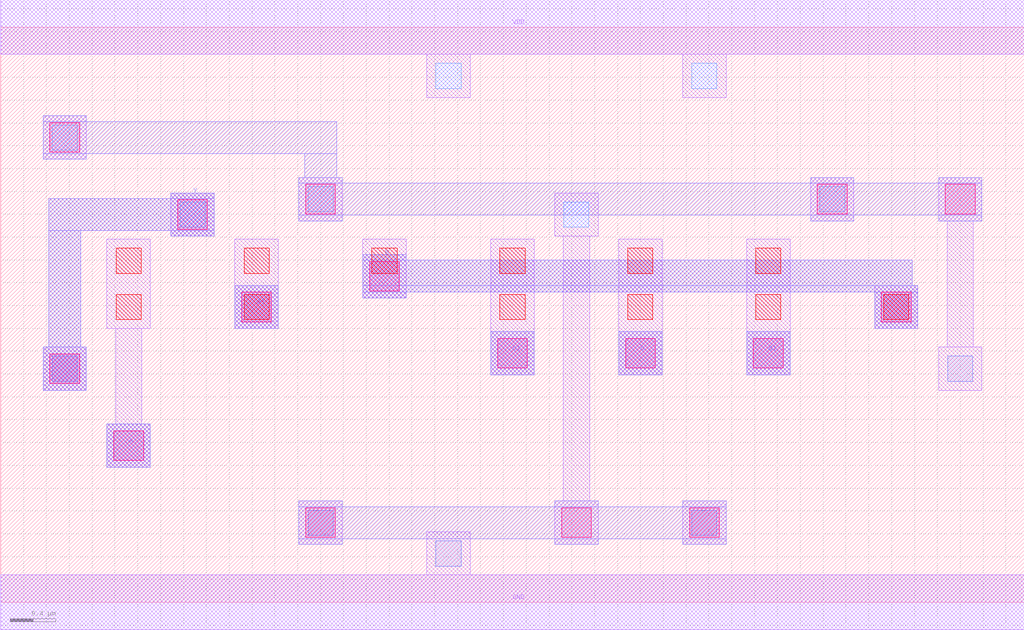
<source format=lef>
MACRO AAOAI222
 CLASS CORE ;
 FOREIGN AAOAI222 0 0 ;
 SIZE 8.96 BY 5.04 ;
 ORIGIN 0 0 ;
 SYMMETRY X Y R90 ;
 SITE unit ;
  PIN VDD
   DIRECTION INOUT ;
   USE POWER ;
   SHAPE ABUTMENT ;
    PORT
     CLASS CORE ;
       LAYER met1 ;
        RECT 0.00000000 4.80000000 8.96000000 5.28000000 ;
    END
  END VDD

  PIN GND
   DIRECTION INOUT ;
   USE POWER ;
   SHAPE ABUTMENT ;
    PORT
     CLASS CORE ;
       LAYER met1 ;
        RECT 0.00000000 -0.24000000 8.96000000 0.24000000 ;
    END
  END GND

  PIN Y
   DIRECTION INOUT ;
   USE SIGNAL ;
   SHAPE ABUTMENT ;
    PORT
     CLASS CORE ;
       LAYER met2 ;
        RECT 0.37000000 1.85700000 0.75000000 2.23700000 ;
        RECT 0.42000000 2.23700000 0.70000000 3.25700000 ;
        RECT 1.49000000 3.20700000 1.87000000 3.25700000 ;
        RECT 0.42000000 3.25700000 1.87000000 3.53700000 ;
        RECT 1.49000000 3.53700000 1.87000000 3.58700000 ;
    END
  END Y

  PIN C1
   DIRECTION INOUT ;
   USE SIGNAL ;
   SHAPE ABUTMENT ;
    PORT
     CLASS CORE ;
       LAYER met2 ;
        RECT 4.29000000 1.99200000 4.67000000 2.37200000 ;
    END
  END C1

  PIN B1
   DIRECTION INOUT ;
   USE SIGNAL ;
   SHAPE ABUTMENT ;
    PORT
     CLASS CORE ;
       LAYER met2 ;
        RECT 6.53000000 1.99200000 6.91000000 2.37200000 ;
    END
  END B1

  PIN A
   DIRECTION INOUT ;
   USE SIGNAL ;
   SHAPE ABUTMENT ;
    PORT
     CLASS CORE ;
       LAYER met2 ;
        RECT 0.93000000 1.18200000 1.31000000 1.56200000 ;
    END
  END A

  PIN B
   DIRECTION INOUT ;
   USE SIGNAL ;
   SHAPE ABUTMENT ;
    PORT
     CLASS CORE ;
       LAYER met2 ;
        RECT 3.17000000 2.66700000 3.55000000 2.71700000 ;
        RECT 7.65000000 2.39700000 8.03000000 2.71700000 ;
        RECT 3.17000000 2.71700000 8.03000000 2.77700000 ;
        RECT 3.17000000 2.77700000 7.98000000 2.99700000 ;
        RECT 3.17000000 2.99700000 3.55000000 3.04700000 ;
    END
  END B

  PIN A1
   DIRECTION INOUT ;
   USE SIGNAL ;
   SHAPE ABUTMENT ;
    PORT
     CLASS CORE ;
       LAYER met2 ;
        RECT 2.05000000 2.39700000 2.43000000 2.77700000 ;
    END
  END A1

  PIN C
   DIRECTION INOUT ;
   USE SIGNAL ;
   SHAPE ABUTMENT ;
    PORT
     CLASS CORE ;
       LAYER met2 ;
        RECT 5.41000000 1.99200000 5.79000000 2.37200000 ;
    END
  END C

 OBS
    LAYER polycont ;
     RECT 1.01000000 2.47700000 1.23000000 2.69700000 ;
     RECT 2.13000000 2.47700000 2.35000000 2.69700000 ;
     RECT 4.37000000 2.47700000 4.59000000 2.69700000 ;
     RECT 5.49000000 2.47700000 5.71000000 2.69700000 ;
     RECT 6.61000000 2.47700000 6.83000000 2.69700000 ;
     RECT 7.73000000 2.47700000 7.95000000 2.69700000 ;
     RECT 1.01000000 2.88200000 1.23000000 3.10200000 ;
     RECT 2.13000000 2.88200000 2.35000000 3.10200000 ;
     RECT 3.25000000 2.88200000 3.47000000 3.10200000 ;
     RECT 4.37000000 2.88200000 4.59000000 3.10200000 ;
     RECT 5.49000000 2.88200000 5.71000000 3.10200000 ;
     RECT 6.61000000 2.88200000 6.83000000 3.10200000 ;

    LAYER pdiffc ;
     RECT 1.57000000 3.28700000 1.79000000 3.50700000 ;
     RECT 4.93000000 3.28700000 5.15000000 3.50700000 ;
     RECT 2.69000000 3.42200000 2.91000000 3.64200000 ;
     RECT 7.17000000 3.42200000 7.39000000 3.64200000 ;
     RECT 0.45000000 3.96200000 0.67000000 4.18200000 ;
     RECT 3.81000000 4.50200000 4.03000000 4.72200000 ;
     RECT 6.05000000 4.50200000 6.27000000 4.72200000 ;

    LAYER ndiffc ;
     RECT 3.81000000 0.31700000 4.03000000 0.53700000 ;
     RECT 2.69000000 0.58700000 2.91000000 0.80700000 ;
     RECT 6.05000000 0.58700000 6.27000000 0.80700000 ;
     RECT 0.45000000 1.93700000 0.67000000 2.15700000 ;
     RECT 8.29000000 1.93700000 8.51000000 2.15700000 ;

    LAYER met1 ;
     RECT 0.00000000 -0.24000000 8.96000000 0.24000000 ;
     RECT 3.73000000 0.24000000 4.11000000 0.61700000 ;
     RECT 2.61000000 0.50700000 2.99000000 0.88700000 ;
     RECT 5.97000000 0.50700000 6.35000000 0.88700000 ;
     RECT 0.37000000 1.85700000 0.75000000 2.23700000 ;
     RECT 7.65000000 2.39700000 8.03000000 2.77700000 ;
     RECT 0.93000000 1.18200000 1.31000000 1.56200000 ;
     RECT 1.00500000 1.56200000 1.23500000 2.39700000 ;
     RECT 0.93000000 2.39700000 1.31000000 3.18200000 ;
     RECT 2.05000000 2.39700000 2.43000000 3.18200000 ;
     RECT 3.17000000 2.66700000 3.55000000 3.18200000 ;
     RECT 4.29000000 1.99200000 4.67000000 3.18200000 ;
     RECT 5.41000000 1.99200000 5.79000000 3.18200000 ;
     RECT 6.53000000 1.99200000 6.91000000 3.18200000 ;
     RECT 1.49000000 3.20700000 1.87000000 3.58700000 ;
     RECT 4.85000000 0.50700000 5.23000000 0.88700000 ;
     RECT 4.92500000 0.88700000 5.15500000 3.20700000 ;
     RECT 4.85000000 3.20700000 5.23000000 3.58700000 ;
     RECT 2.61000000 3.34200000 2.99000000 3.72200000 ;
     RECT 7.09000000 3.34200000 7.47000000 3.72200000 ;
     RECT 8.21000000 1.85700000 8.59000000 2.23700000 ;
     RECT 8.28500000 2.23700000 8.51500000 3.34200000 ;
     RECT 8.21000000 3.34200000 8.59000000 3.72200000 ;
     RECT 0.37000000 3.88200000 0.75000000 4.26200000 ;
     RECT 3.73000000 4.42200000 4.11000000 4.80000000 ;
     RECT 5.97000000 4.42200000 6.35000000 4.80000000 ;
     RECT 0.00000000 4.80000000 8.96000000 5.28000000 ;

    LAYER via1 ;
     RECT 2.67000000 0.56700000 2.93000000 0.82700000 ;
     RECT 4.91000000 0.56700000 5.17000000 0.82700000 ;
     RECT 6.03000000 0.56700000 6.29000000 0.82700000 ;
     RECT 0.99000000 1.24200000 1.25000000 1.50200000 ;
     RECT 0.43000000 1.91700000 0.69000000 2.17700000 ;
     RECT 4.35000000 2.05200000 4.61000000 2.31200000 ;
     RECT 5.47000000 2.05200000 5.73000000 2.31200000 ;
     RECT 6.59000000 2.05200000 6.85000000 2.31200000 ;
     RECT 2.11000000 2.45700000 2.37000000 2.71700000 ;
     RECT 7.71000000 2.45700000 7.97000000 2.71700000 ;
     RECT 3.23000000 2.72700000 3.49000000 2.98700000 ;
     RECT 1.55000000 3.26700000 1.81000000 3.52700000 ;
     RECT 2.67000000 3.40200000 2.93000000 3.66200000 ;
     RECT 7.15000000 3.40200000 7.41000000 3.66200000 ;
     RECT 8.27000000 3.40200000 8.53000000 3.66200000 ;
     RECT 0.43000000 3.94200000 0.69000000 4.20200000 ;

    LAYER met2 ;
     RECT 2.61000000 0.50700000 2.99000000 0.55700000 ;
     RECT 4.85000000 0.50700000 5.23000000 0.55700000 ;
     RECT 5.97000000 0.50700000 6.35000000 0.55700000 ;
     RECT 2.61000000 0.55700000 6.35000000 0.83700000 ;
     RECT 2.61000000 0.83700000 2.99000000 0.88700000 ;
     RECT 4.85000000 0.83700000 5.23000000 0.88700000 ;
     RECT 5.97000000 0.83700000 6.35000000 0.88700000 ;
     RECT 0.93000000 1.18200000 1.31000000 1.56200000 ;
     RECT 4.29000000 1.99200000 4.67000000 2.37200000 ;
     RECT 5.41000000 1.99200000 5.79000000 2.37200000 ;
     RECT 6.53000000 1.99200000 6.91000000 2.37200000 ;
     RECT 2.05000000 2.39700000 2.43000000 2.77700000 ;
     RECT 3.17000000 2.66700000 3.55000000 2.71700000 ;
     RECT 7.65000000 2.39700000 8.03000000 2.71700000 ;
     RECT 3.17000000 2.71700000 8.03000000 2.77700000 ;
     RECT 3.17000000 2.77700000 7.98000000 2.99700000 ;
     RECT 3.17000000 2.99700000 3.55000000 3.04700000 ;
     RECT 0.37000000 1.85700000 0.75000000 2.23700000 ;
     RECT 0.42000000 2.23700000 0.70000000 3.25700000 ;
     RECT 1.49000000 3.20700000 1.87000000 3.25700000 ;
     RECT 0.42000000 3.25700000 1.87000000 3.53700000 ;
     RECT 1.49000000 3.53700000 1.87000000 3.58700000 ;
     RECT 2.61000000 3.34200000 2.99000000 3.39200000 ;
     RECT 7.09000000 3.34200000 7.47000000 3.39200000 ;
     RECT 8.21000000 3.34200000 8.59000000 3.39200000 ;
     RECT 2.61000000 3.39200000 8.59000000 3.67200000 ;
     RECT 2.61000000 3.67200000 2.99000000 3.72200000 ;
     RECT 7.09000000 3.67200000 7.47000000 3.72200000 ;
     RECT 8.21000000 3.67200000 8.59000000 3.72200000 ;
     RECT 0.37000000 3.88200000 0.75000000 3.93200000 ;
     RECT 2.66000000 3.72200000 2.94000000 3.93200000 ;
     RECT 0.37000000 3.93200000 2.94000000 4.21200000 ;
     RECT 0.37000000 4.21200000 0.75000000 4.26200000 ;

 END
END AAOAI222

</source>
